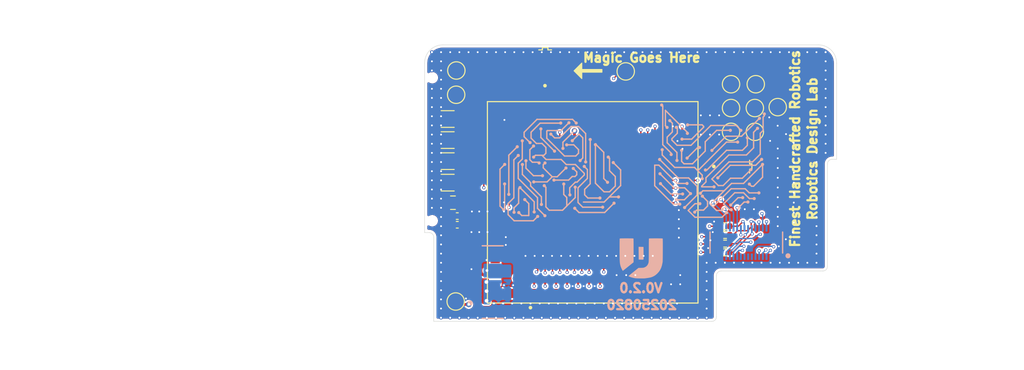
<source format=kicad_pcb>
(kicad_pcb (version 20241229) (generator "pcbnew") (generator_version "9.0")
  (layers (0 "F.Cu" signal) (4 "In1.Cu" signal) (6 "In2.Cu" signal) (2 "B.Cu" signal) (13 "F.Paste" user) (15 "B.Paste" user) (5 "F.SilkS" user "F.Silkscreen") (7 "B.SilkS" user "B.Silkscreen") (1 "F.Mask" user) (3 "B.Mask" user) (25 "Edge.Cuts" user))
  (net 0 "")
  (net 1 "MOB_SAFE_PWR_REMOVE_L")
  (net 2 "MOB_AUD_OUT")
  (net 3 "MOB_RST")
  (net 4 "MOB_PWR")
  (net 5 "GND")
  (net 6 "SIM_RST")
  (net 7 "MOB_TXD")
  (net 8 "MOB_RTS")
  (net 9 "VBAT")
  (net 10 "SIM_DATA")
  (net 11 "+1.8V")
  (net 12 "MOB_AUD_BCLK")
  (net 13 "MOB_WAKE_L")
  (net 14 "MOB_AUD_SYNC")
  (net 15 "MOB_DTR")
  (net 16 "MOB_AUD_IN")
  (net 17 "SIM_VDD")
  (net 18 "MOB_DSR")
  (net 19 "MOB_RI")
  (net 20 "MOB_DCD")
  (net 21 "MOB_RXD")
  (net 22 "MOB_CTS")
  (net 23 "SIM_CLK")
  (net 24 "MOB_AUX_ANT")
  (net 25 "MOB_MAIN_ANT")
  (net 30 "Net-(U1A-UART1_TX)")
  (net 31 "Net-(U1A-UART1_RTS)")
  (net 32 "Net-(U1A-UART1_RX)")
  (net 33 "Net-(U1A-UART1_CTS)")
  (net 34 "Net-(U1A-TX_ON)")
  (net 35 "Net-(U1A-TP1_BOOTPIN)")
  (net 36 "Net-(U1A-J1)")
  (net 37 "Net-(U1A-J2)")
  (net 38 "Net-(U1A-J3)")
  (net 39 "Net-(U1A-J4)")
  (net 40 "Net-(U1A-J5)")
  (net 41 "Net-(U1A-J6)")
  (net 42 "Net-(U1A-J7)")
  (footprint "20279-001E-03:IPEX_20279-001E-03" (layer "F.Cu") (at 96.37 62.5)
    (property "Reference" "J3" (hide yes))
    (property "Value" "20279-001E-03" (hide yes))
  )
  (footprint "Resistor_SMD:R_0402_1005Metric" (layer "F.Cu") (at 116.02 80.46)
    (property "Reference" "R3" (hide yes))
    (property "Value" "0R" (hide yes))
  )
  (footprint "TestPoint:TestPoint_Pad_D1.5mm" (layer "F.Cu") (at 116.67 64.95)
    (property "Reference" "TP4" (hide yes))
    (property "Value" "TestPoint" (hide yes))
  )
  (footprint "custom_footprints:Art_small" (layer "F.Cu") (at 117.1725 74.0875)
    (property "Reference" "REF**" (hide yes))
    (property "Value" "Art_small" (hide yes))
  )
  (footprint "TestPoint:TestPoint_Pad_D1.5mm" (layer "F.Cu") (at 119.27 67.55)
    (property "Reference" "TP8" (hide yes))
    (property "Value" "TestPoint" (hide yes))
  )
  (footprint "Capacitor_SMD:C_1206_3216Metric" (layer "F.Cu") (at 85.72 68.75 180)
    (property "Reference" "C9" (hide yes))
    (property "Value" "220uF" (hide yes))
  )
  (footprint "Capacitor_SMD:C_0805_2012Metric" (layer "F.Cu") (at 86.3 77.89 180)
    (property "Reference" "C5" (hide yes))
    (property "Value" "47uF" (hide yes))
  )
  (footprint "TestPoint:TestPoint_Pad_D1.5mm" (layer "F.Cu") (at 86.65 66.1)
    (property "Reference" "TP2" (hide yes))
    (property "Value" "TestPoint" (hide yes))
  )
  (footprint "TestPoint:TestPoint_Pad_D1.5mm" (layer "F.Cu") (at 116.67 67.55)
    (property "Reference" "TP5" (hide yes))
    (property "Value" "TestPoint" (hide yes))
  )
  (footprint "" (layer "F.Cu") (at 84.050001 64.24)
    (property "Reference" "" (hide yes))
    (property "Value" "" (hide yes))
  )
  (footprint "Capacitor_SMD:C_1206_3216Metric" (layer "F.Cu") (at 85.72 75.7 180)
    (property "Reference" "C7" (hide yes))
    (property "Value" "220uF" (hide yes))
  )
  (footprint "Capacitor_SMD:C_1206_3216Metric" (layer "F.Cu") (at 85.72 71.05 180)
    (property "Reference" "C8" (hide yes))
    (property "Value" "220uF" (hide yes))
  )
  (footprint "TestPoint:TestPoint_Pad_D1.5mm" (layer "F.Cu") (at 119.27 70.15)
    (property "Reference" "TP7" (hide yes))
    (property "Value" "TestPoint" (hide yes))
  )
  (footprint "TestPoint:TestPoint_Pad_D1.5mm" (layer "F.Cu") (at 121.77 67.45)
    (property "Reference" "TP10" (hide yes))
    (property "Value" "TestPoint" (hide yes))
  )
  (footprint "Capacitor_SMD:C_0402_1005Metric" (layer "F.Cu") (at 86.77 80.3 180)
    (property "Reference" "C1" (hide yes))
    (property "Value" "10pF" (hide yes))
  )
  (footprint "TestPoint:TestPoint_Pad_D1.5mm" (layer "F.Cu") (at 105.17 63.55)
    (property "Reference" "TP3" (hide yes))
    (property "Value" "TestPoint" (hide yes))
  )
  (footprint "20279-001E-03:IPEX_20279-001E-03" (layer "F.Cu") (at 117.4 73.95 -90)
    (property "Reference" "J4" (hide yes))
    (property "Value" "20279-001E-03" (hide yes))
  )
  (footprint "Resistor_SMD:R_0402_1005Metric" (layer "F.Cu") (at 116.02 83.31)
    (property "Reference" "R2" (hide yes))
    (property "Value" "0R" (hide yes))
  )
  (footprint "TestPoint:TestPoint_Pad_D1.5mm" (layer "F.Cu") (at 86.67 63.45)
    (property "Reference" "TP1" (hide yes))
    (property "Value" "TestPoint" (hide yes))
  )
  (footprint "Capacitor_SMD:C_0402_1005Metric" (layer "F.Cu") (at 86.77 79.35 180)
    (property "Reference" "C2" (hide yes))
    (property "Value" "10nF" (hide yes))
  )
  (footprint "" (layer "F.Cu") (at 84.040001 79.86)
    (property "Reference" "" (hide yes))
    (property "Value" "" (hide yes))
  )
  (footprint "RC7620_1104625:XCVR_RC7620_1104625" (layer "F.Cu") (at 101.5625 77.85 180)
    (property "Reference" "U1" (hide yes))
    (property "Value" "WP SNAP-IN BASE_6000636" (hide yes))
  )
  (footprint "Capacitor_SMD:C_1206_3216Metric" (layer "F.Cu") (at 85.72 73.35 180)
    (property "Reference" "C6" (hide yes))
    (property "Value" "220uF" (hide yes))
  )
  (footprint "Resistor_SMD:R_0402_1005Metric" (layer "F.Cu") (at 116.02 81.41)
    (property "Reference" "R1" (hide yes))
    (property "Value" "0R" (hide yes))
  )
  (footprint "TestPoint:TestPoint_Pad_D1.5mm" (layer "F.Cu") (at 116.67 70.15)
    (property "Reference" "TP6" (hide yes))
    (property "Value" "TestPoint" (hide yes))
  )
  (footprint "TestPoint:TestPoint_Pad_D1.5mm" (layer "F.Cu") (at 119.37 64.95)
    (property "Reference" "TP9" (hide yes))
    (property "Value" "TestPoint" (hide yes))
  )
  (footprint "Capacitor_SMD:C_0201_0603Metric" (layer "F.Cu") (at 86.865 81.15 180)
    (property "Reference" "C4" (hide yes))
    (property "Value" "1uF" (hide yes))
  )
  (footprint "Capacitor_SMD:C_0201_0603Metric" (layer "F.Cu") (at 86.865 81.87 180)
    (property "Reference" "C3" (hide yes))
    (property "Value" "100nF" (hide yes))
  )
  (footprint "Resistor_SMD:R_0402_1005Metric" (layer "F.Cu") (at 116.02 82.36)
    (property "Reference" "R4" (hide yes))
    (property "Value" "0R" (hide yes))
  )
  (footprint "TestPoint:TestPoint_Pad_D1.5mm" (layer "F.Cu") (at 86.6 88.68)
    (property "Reference" "TP4" (hide yes))
    (property "Value" "TestPoint" (hide yes))
  )
  (footprint "513382474:CON_513382474" (layer "B.Cu") (at 90.640001 86.559902 90)
    (property "Reference" "J2" (hide yes))
    (property "Value" "513382474" (hide yes))
  )
  (footprint "513382474:CON_513382474" (layer "B.Cu") (at 118.340001 82.240002 180)
    (property "Reference" "J1" (hide yes))
    (property "Value" "513382474" (hide yes))
  )
  (gr_line (start 128.200001 62.65) (end 128.200001 73.150002) (stroke (width 0.05)) (layer "Edge.Cuts"))
  (gr_line (start 127.700002 73.150002) (end 128.200001 73.150002) (stroke (width 0.05)) (layer "Edge.Cuts"))
  (gr_arc (start 83.700001 81.150002) (mid 84.053554 81.296449) (end 84.200001 81.650002) (stroke (width 0.05)) (layer "Edge.Cuts"))
  (gr_arc (start 115.075 90.35) (mid 114.928553 90.703554) (end 114.574999 90.850001) (stroke (width 0.05)) (layer "Edge.Cuts"))
  (gr_arc (start 127.2 84.85) (mid 127.053553 85.203554) (end 126.699999 85.350001) (stroke (width 0.05)) (layer "Edge.Cuts"))
  (gr_line (start 84.200001 90.85) (end 114.574999 90.850001) (stroke (width 0.05)) (layer "Edge.Cuts"))
  (gr_line (start 85.200001 60.65) (end 126.200003 60.65) (stroke (width 0.05)) (layer "Edge.Cuts"))
  (gr_line (start 83.200001 81.150002) (end 83.200001 62.650002) (stroke (width 0.05)) (layer "Edge.Cuts"))
  (gr_arc (start 127.200004 73.648886) (mid 127.346844 73.296055) (end 127.700002 73.150004) (stroke (width 0.05)) (layer "Edge.Cuts"))
  (gr_line (start 83.200001 81.150002) (end 83.700001 81.150002) (stroke (width 0.05)) (layer "Edge.Cuts"))
  (gr_line (start 115.075 90.35) (end 115.075 85.85) (stroke (width 0.05)) (layer "Edge.Cuts"))
  (gr_arc (start 115.075 85.85) (mid 115.221447 85.496446) (end 115.575001 85.349999) (stroke (width 0.05)) (layer "Edge.Cuts"))
  (gr_arc (start 126.200003 60.65) (mid 127.614214 61.235787) (end 128.200001 62.649998) (stroke (width 0.05)) (layer "Edge.Cuts"))
  (gr_line (start 84.200001 81.650002) (end 84.200001 90.85) (stroke (width 0.05)) (layer "Edge.Cuts"))
  (gr_line (start 127.2 84.85) (end 127.199999 73.650001) (stroke (width 0.05)) (layer "Edge.Cuts"))
  (gr_line (start 115.575001 85.350002) (end 126.7 85.350001) (stroke (width 0.05)) (layer "Edge.Cuts"))
  (gr_arc (start 83.200001 62.65) (mid 83.785787 61.235787) (end 85.200001 60.65) (stroke (width 0.05)) (layer "Edge.Cuts"))
  (segment (start 89.67 76.25) (end 89.67 75.85) (width 0.15) (layer "F.Cu") (net 1))
  (segment (start 90.07 75.45) (end 90.9125 75.45) (width 0.15) (layer "F.Cu") (net 1))
  (segment (start 89.67 75.85) (end 90.07 75.45) (width 0.15) (layer "F.Cu") (net 1))
  (via (at 89.67 76.25) (size 0.35) (drill 0.2) (layers "F.Cu" "B.Cu") (net 1))
  (via (at 119.740001 83.15) (size 0.35) (drill 0.2) (layers "F.Cu" "B.Cu") (net 1))
  (segment (start 119.740001 83.15) (end 119.740001 83.790002) (width 0.15) (layer "B.Cu") (net 1))
  (segment (start 110.47 72.25) (end 109.7425 72.25) (width 0.15) (layer "F.Cu") (net 2))
  (segment (start 111.32 71.4) (end 110.47 72.25) (width 0.15) (layer "F.Cu") (net 2))
  (segment (start 111.32 69.55) (end 111.32 71.4) (width 0.15) (layer "F.Cu") (net 2))
  (via (at 111.32 69.55) (size 0.35) (drill 0.2) (layers "F.Cu" "B.Cu") (net 2))
  (via (at 118.82 82.2) (size 0.35) (drill 0.2) (layers "F.Cu" "B.Cu") (net 2))
  (segment (start 117.630003 82.2) (end 116.540001 83.290002) (width 0.15) (layer "B.Cu") (net 2))
  (segment (start 116.540001 83.290002) (end 116.540001 83.790002) (width 0.15) (layer "B.Cu") (net 2))
  (segment (start 118.82 82.2) (end 117.630003 82.2) (width 0.15) (layer "B.Cu") (net 2))
  (segment (start 102.7625 84.63) (end 102.7625 85.4425) (width 0.15) (layer "F.Cu") (net 3))
  (segment (start 102.7625 85.4425) (end 102.77 85.45) (width 0.15) (layer "F.Cu") (net 3))
  (via (at 102.77 85.45) (size 0.35) (drill 0.2) (layers "F.Cu" "B.Cu") (net 3))
  (via (at 120.47 83.05) (size 0.35) (drill 0.2) (layers "F.Cu" "B.Cu") (net 3))
  (segment (start 120.140001 83.379999) (end 120.140001 83.790002) (width 0.15) (layer "B.Cu") (net 3))
  (segment (start 120.47 83.05) (end 120.140001 83.379999) (width 0.15) (layer "B.Cu") (net 3))
  (segment (start 92.67 77.85) (end 93.3825 77.85) (width 0.15) (layer "F.Cu") (net 4))
  (segment (start 92.42 78.4) (end 92.42 78.1) (width 0.15) (layer "F.Cu") (net 4))
  (segment (start 92.42 78.1) (end 92.67 77.85) (width 0.15) (layer "F.Cu") (net 4))
  (via (at 120.97 83.1) (size 0.35) (drill 0.2) (layers "F.Cu" "B.Cu") (net 4))
  (via (at 92.42 78.4) (size 0.35) (drill 0.2) (layers "F.Cu" "B.Cu") (net 4))
  (segment (start 120.97 83.1) (end 120.540001 83.529999) (width 0.15) (layer "B.Cu") (net 4))
  (segment (start 120.540001 83.529999) (end 120.540001 83.790002) (width 0.15) (layer "B.Cu") (net 4))
  (segment (start 91.7625 86.9) (end 91.87 86.9) (width 0.15) (layer "F.Cu") (net 5))
  (segment (start 110.6125 69.55) (end 110.32 69.55) (width 0.15) (layer "F.Cu") (net 5))
  (segment (start 112.2625 87.8) (end 111.2625 86.8) (width 0.15) (layer "F.Cu") (net 5))
  (segment (start 91.8125 68.85) (end 91.92 68.85) (width 0.15) (layer "F.Cu") (net 5))
  (segment (start 90.8625 67.9) (end 91.8125 68.85) (width 0.15) (layer "F.Cu") (net 5))
  (segment (start 111.2625 86.8) (end 111.12 86.8) (width 0.15) (layer "F.Cu") (net 5))
  (segment (start 112.2625 67.9) (end 110.6125 69.55) (width 0.15) (layer "F.Cu") (net 5))
  (segment (start 90.8625 87.8) (end 91.7625 86.9) (width 0.15) (layer "F.Cu") (net 5))
  (via (at 85 83.45) (size 0.4) (drill 0.2) (layers "F.Cu" "B.Cu") (net 5))
  (via (at 91 61.45) (size 0.4) (drill 0.2) (layers "F.Cu" "B.Cu") (net 5))
  (via (at 118.995 84.45) (size 0.4) (drill 0.2) (layers "F.Cu" "B.Cu") (net 5))
  (via (at 85 62.45) (size 0.4) (drill 0.2) (layers "F.Cu" "B.Cu") (net 5))
  (via (at 92.07 81.65) (size 0.35) (drill 0.2) (layers "F.Cu" "B.Cu") (net 5))
  (via (at 107.12 83.7) (size 0.4) (drill 0.2) (layers "F.Cu" "B.Cu") (net 5))
  (via (at 114.005 86.45) (size 0.4) (drill 0.2) (layers "F.Cu" "B.Cu") (net 5))
  (via (at 98.12 83.7) (size 0.4) (drill 0.2) (layers "F.Cu" "B.Cu") (net 5))
  (via (at 89.97 84.15) (size 0.35) (drill 0.2) (layers "F.Cu" "B.Cu") (net 5))
  (via (at 125 61.45) (size 0.4) (drill 0.2) (layers "F.Cu" "B.Cu") (net 5))
  (via (at 126.005 82.45) (size 0.4) (drill 0.2) (layers "F.Cu" "B.Cu") (net 5))
  (via (at 101.77 88.9) (size 0.4) (drill 0.2) (layers "F.Cu" "B.Cu") (net 5))
  (via (at 100 90.45) (size 0.4) (drill 0.2) (layers "F.Cu" "B.Cu") (net 5))
  (via (at 123.523 74.620279) (size 0.35) (drill 0.2) (layers "F.Cu" "B.Cu") (net 5))
  (via (at 123.523 78.965712) (size 0.35) (drill 0.2) (layers "F.Cu" "B.Cu") (net 5))
  (via (at 84 75.45) (size 0.4) (drill 0.2) (layers "F.Cu" "B.Cu") (net 5))
  (via (at 127 64.45) (size 0.4) (drill 0.2) (layers "F.Cu" "B.Cu") (net 5))
  (via (at 84 62.45) (size 0.4) (drill 0.2) (layers "F.Cu" "B.Cu") (net 5))
  (via (at 97 90.45) (size 0.4) (drill 0.2) (layers "F.Cu" "B.Cu") (net 5))
  (via (at 84 63.45) (size 0.4) (drill 0.2) (layers "F.Cu" "B.Cu") (net 5))
  (via (at 95.22 83.7) (size 0.4) (drill 0.2) (layers "F.Cu" "B.Cu") (net 5))
  (via (at 126.005 81.45) (size 0.4) (drill 0.2) (layers "F.Cu" "B.Cu") (net 5))
  (via (at 90 90.45) (size 0.4) (drill 0.2) (layers "F.Cu" "B.Cu") (net 5))
  (via (at 104.17 85.8) (size 0.4) (drill 0.2) (layers "F.Cu" "B.Cu") (net 5))
  (via (at 114.37 68.35) (size 0.4) (drill 0.2) (layers "F.Cu" "B.Cu") (net 5))
  (via (at 84 68.45) (size 0.4) (drill 0.2) (layers "F.Cu" "B.Cu") (net 5))
  (via (at 85 69.45) (size 0.4) (drill 0.2) (layers "F.Cu" "B.Cu") (net 5))
  (via (at 98 90.45) (size 0.4) (drill 0.2) (layers "F.Cu" "B.Cu") (net 5))
  (via (at 125.005 84.45) (size 0.4) (drill 0.2) (layers "F.Cu" "B.Cu") (net 5))
  (via (at 114.42 82) (size 0.35) (drill 0.2) (layers "F.Cu" "B.Cu") (net 5))
  (via (at 86 90.45) (size 0.4) (drill 0.2) (layers "F.Cu" "B.Cu") (net 5))
  (via (at 84 77.45) (size 0.4) (drill 0.2) (layers "F.Cu" "B.Cu") (net 5))
  (via (at 126.005 76.45) (size 0.4) (drill 0.2) (layers "F.Cu" "B.Cu") (net 5))
  (via (at 84 78.45) (size 0.4) (drill 0.2) (layers "F.Cu" "B.Cu") (net 5))
  (via (at 114.005 84.45) (size 0.4) (drill 0.2) (layers "F.Cu" "B.Cu") (net 5))
  (via (at 118.17 78.6) (size 0.4) (drill 0.2) (layers "F.Cu" "B.Cu") (net 5))
  (via (at 98.77 88.9) (size 0.4) (drill 0.2) (layers "F.Cu" "B.Cu") (net 5))
  (via (at 121.77 80.45) (size 0.35) (drill 0.2) (layers "F.Cu" "B.Cu") (net 5))
  (via (at 113 61.45) (size 0.4) (drill 0.2) (layers "F.Cu" "B.Cu") (net 5))
  (via (at 111 90.45) (size 0.4) (drill 0.2) (layers "F.Cu" "B.Cu") (net 5))
  (via (at 127 65.45) (size 0.4) (drill 0.2) (layers "F.Cu" "B.Cu") (net 5))
  (via (at 115.37 70.45) (size 0.4) (drill 0.2) (layers "F.Cu" "B.Cu") (net 5))
  (via (at 121.77 78.364276) (size 0.35) (drill 0.2) (layers "F.Cu" "B.Cu") (net 5))
  (via (at 114.005 87.45) (size 0.4) (drill 0.2) (layers "F.Cu" "B.Cu") (net 5))
  (via (at 110 90.45) (size 0.4) (drill 0.2) (layers "F.Cu" "B.Cu") (net 5))
  (via (at 93.77 88.9) (size 0.4) (drill 0.2) (layers "F.Cu" "B.Cu") (net 5))
  (via (at 110.97 80.7) (size 0.4) (drill 0.2) (layers "F.Cu" "B.Cu") (net 5))
  (via (at 99.37 87) (size 0.35) (drill 0.2) (layers "F.Cu" "B.Cu") (net 5))
  (via (at 127 71.45) (size 0.4) (drill 0.2) (layers "F.Cu" "B.Cu") (net 5))
  (via (at 123.523 75.706637) (size 0.35) (drill 0.2) (layers "F.Cu" "B.Cu") (net 5))
  (via (at 91.87 78.85) (size 0.35) (drill 0.2) (layers "F.Cu" "B.Cu") (net 5))
  (via (at 116.995 84.45) (size 0.4) (drill 0.2) (layers "F.Cu" "B.Cu") (net 5))
  (via (at 114.005 88.45) (size 0.4) (drill 0.2) (layers "F.Cu" "B.Cu") (net 5))
  (via (at 84 70.45) (size 0.4) (drill 0.2) (layers "F.Cu" "B.Cu") (net 5))
  (via (at 87 90.45) (size 0.4) (drill 0.2) (layers "F.Cu" "B.Cu") (net 5))
  (via (at 85 75.45) (size 0.4) (drill 0.2) (layers "F.Cu" "B.Cu") (net 5))
  (via (at 126.005 78.45) (size 0.4) (drill 0.2) (layers "F.Cu" "B.Cu") (net 5))
  (via (at 100.77 88.9) (size 0.4) (drill 0.2) (layers "F.Cu" "B.Cu") (net 5))
  (via (at 85 65.45) (size 0.4) (drill 0.2) (layers "F.Cu" "B.Cu") (net 5))
  (via (at 104 90.45) (size 0.4) (drill 0.2) (layers "F.Cu" "B.Cu") (net 5))
  (via (at 108.12 83.7) (size 0.4) (drill 0.2) (layers "F.Cu" "B.Cu") (net 5))
  (via (at 112 90.45) (size 0.4) (drill 0.2) (layers "F.Cu" "B.Cu") (net 5))
  (via (at 106.12 83.7) (size 0.4) (drill 0.2) (layers "F.Cu" "B.Cu") (net 5))
  (via (at 105 61.45) (size 0.4) (drill 0.2) (layers "F.Cu" "B.Cu") (net 5))
  (via (at 85 70.45) (size 0.4) (drill 0.2) (layers "F.Cu" "B.Cu") (net 5))
  (via (at 85 84.45) (size 0.4) (drill 0.2) (layers "F.Cu" "B.Cu") (net 5))
  (via (at 88 90.45) (size 0.4) (drill 0.2) (layers "F.Cu" "B.Cu") (net 5))
  (via (at 89 61.45) (size 0.4) (drill 0.2) (layers "F.Cu" "B.Cu") (net 5))
  (via (at 99.77 88.9) (size 0.4) (drill 0.2) (layers "F.Cu" "B.Cu") (net 5))
  (via (at 96.77 88.9) (size 0.4) (drill 0.2) (layers "F.Cu" "B.Cu") (net 5))
  (via (at 97.77 88.9) (size 0.4) (drill 0.2) (layers "F.Cu" "B.Cu") (net 5))
  (via (at 114.67 81.1) (size 0.35) (drill 0.2) (layers "F.Cu" "B.Cu") (net 5))
  (via (at 114.005 85.45) (size 0.4) (drill 0.2) (layers "F.Cu" "B.Cu") (net 5))
  (via (at 121.77 79.429654) (size 0.35) (drill 0.2) (layers "F.Cu" "B.Cu") (net 5))
  (via (at 123.523 72.447562) (size 0.35) (drill 0.2) (layers "F.Cu" "B.Cu") (net 5))
  (via (at 95 90.45) (size 0.4) (drill 0.2) (layers "F.Cu" "B.Cu") (net 5))
  (via (at 111.37 72) (size 0.35) (drill 0.2) (layers "F.Cu" "B.Cu") (net 5))
  (via (at 91.92 68.85) (size 0.35) (drill 0.2) (layers "F.Cu" "B.Cu") (net 5))
  (via (at 85 63.45) (size 0.4) (drill 0.2) (layers "F.Cu" "B.Cu") (net 5))
  (via (at 114.37 70.45) (size 0.4) (drill 0.2) (layers "F.Cu" "B.Cu") (net 5))
  (via (at 102.12 83.7) (size 0.4) (drill 0.2) (layers "F.Cu" "B.Cu") (net 5))
  (via (at 121.77 74.102765) (size 0.35) (drill 0.2) (layers "F.Cu" "B.Cu") (net 5))
  (via (at 122.675065 70.397959) (size 0.35) (drill 0.2) (layers "F.Cu" "B.Cu") (net 5))
  (via (at 101.77 87) (size 0.35) (drill 0.2) (layers "F.Cu" "B.Cu") (net 5))
  (via (at 121.760809 69.483703) (size 0.35) (drill 0.2) (layers "F.Cu" "B.Cu") (net 5))
  (via (at 126 61.45) (size 0.4) (drill 0.2) (layers "F.Cu" "B.Cu") (net 5))
  (via (at 104.77 88.9) (size 0.4) (drill 0.2) (layers "F.Cu" "B.Cu") (net 5))
  (via (at 84 66.45) (size 0.4) (drill 0.2) (layers "F.Cu" "B.Cu") (net 5))
  (via (at 109 90.45) (size 0.4) (drill 0.2) (layers "F.Cu" "B.Cu") (net 5))
  (via (at 88.32 81.1) (size 0.35) (drill 0.2) (layers "F.Cu" "B.Cu") (net 5))
  (via (at 91.87 77.85) (size 0.35) (drill 0.2) (layers "F.Cu" "B.Cu") (net 5))
  (via (at 127 68.45) (size 0.4) (drill 0.2) (layers "F.Cu" "B.Cu") (net 5))
  (via (at 96 90.45) (size 0.4) (drill 0.2) (layers "F.Cu" "B.Cu") (net 5))
  (via (at 114.005 90.45) (size 0.4) (drill 0.2) (layers "F.Cu" "B.Cu") (net 5))
  (via (at 114.005 89.45) (size 0.4) (drill 0.2) (layers "F.Cu" "B.Cu") (net 5))
  (via (at 85 81.45) (size 0.4) (drill 0.2) (layers "F.Cu" "B.Cu") (net 5))
  (via (at 126.005 75.45) (size 0.4) (drill 0.2) (layers "F.Cu" "B.Cu") (net 5))
  (via (at 122 61.45) (size 0.4) (drill 0.2) (layers "F.Cu" "B.Cu") (net 5))
  (via (at 127 66.45) (size 0.4) (drill 0.2) (layers "F.Cu" "B.Cu") (net 5))
  (via (at 126.005 79.45) (size 0.4) (drill 0.2) (layers "F.Cu" "B.Cu") (net 5))
  (via (at 121.995 84.45) (size 0.4) (drill 0.2) (layers "F.Cu" "B.Cu") (net 5))
  (via (at 89.17 81.1) (size 0.35) (drill 0.2) (layers "F.Cu" "B.Cu") (net 5))
  (via (at 120.935771 71.137781) (size 0.35) (drill 0.2) (layers "F.Cu" "B.Cu") (net 5))
  (via (at 90 61.45) (size 0.4) (drill 0.2) (layers "F.Cu" "B.Cu") (net 5))
  (via (at 123.523 80.052071) (size 0.35) (drill 0.2) (layers "F.Cu" "B.Cu") (net 5))
  (via (at 101 90.45) (size 0.4) (drill 0.2) (layers "F.Cu" "B.Cu") (net 5))
  (via (at 99 90.45) (size 0.4) (drill 0.2) (layers "F.Cu" "B.Cu") (net 5))
  (via (at 84 74.45) (size 0.4) (drill 0.2) (layers "F.Cu" "B.Cu") (net 5))
  (via (at 85 72.45) (size 0.4) (drill 0.2) (layers "F.Cu" "B.Cu") (net 5))
  (via (at 97.12 83.7) (size 0.4) (drill 0.2) (layers "F.Cu" "B.Cu") (net 5))
  (via (at 103 90.45) (size 0.4) (drill 0.2) (layers "F.Cu" "B.Cu") (net 5))
  (via (at 85 67.45) (size 0.4) (drill 0.2) (layers "F.Cu" "B.Cu") (net 5))
  (via (at 111 61.45) (size 0.4) (drill 0.2) (layers "F.Cu" "B.Cu") (net 5))
  (via (at 100 61.45) (size 0.4) (drill 0.2) (layers "F.Cu" "B.Cu") (net 5))
  (via (at 85 76.45) (size 0.4) (drill 0.2) (layers "F.Cu" "B.Cu") (net 5))
  (via (at 110.12 86.8) (size 0.4) (drill 0.2) (layers "F.Cu" "B.Cu") (net 5))
  (via (at 119.995 84.45) (size 0.4) (drill 0.2) (layers "F.Cu" "B.Cu") (net 5))
  (via (at 108 61.45) (size 0.4) (drill 0.2) (layers "F.Cu" "B.Cu") (net 5))
  (via (at 92.77 88.9) (size 0.4) (drill 0.2) (layers "F.Cu" "B.Cu") (net 5))
  (via (at 87 61.45) (size 0.4) (drill 0.2) (layers "F.Cu" "B.Cu") (net 5))
  (via (at 108.77 88.9) (size 0.4) (drill 0.2) (layers "F.Cu" "B.Cu") (net 5))
  (via (at 85 64.45) (size 0.4) (drill 0.2) (layers "F.Cu" "B.Cu") (net 5))
  (via (at 115 61.45) (size 0.4) (drill 0.2) (layers "F.Cu" "B.Cu") (net 5))
  (via (at 93 61.45) (size 0.4) (drill 0.2) (layers "F.Cu" "B.Cu") (net 5))
  (via (at 123.523 77.879354) (size 0.35) (drill 0.2) (layers "F.Cu" "B.Cu") (net 5))
  (via (at 84 71.45) (size 0.4) (drill 0.2) (layers "F.Cu" "B.Cu") (net 5))
  (via (at 86 61.45) (size 0.4) (drill 0.2) (layers "F.Cu" "B.Cu") (net 5))
  (via (at 88.37 78.85) (size 0.35) (drill 0.2) (layers "F.Cu" "B.Cu") (net 5))
  (via (at 85 77.45) (size 0.4) (drill 0.2) (layers "F.Cu" "B.Cu") (net 5))
  (via (at 127 61.45) (size 0.4) (drill 0.2) (layers "F.Cu" "B.Cu") (net 5))
  (via (at 85 68.45) (size 0.4) (drill 0.2) (layers "F.Cu" "B.Cu") (net 5))
  (via (at 124.005 84.45) (size 0.4) (drill 0.2) (layers "F.Cu" "B.Cu") (net 5))
  (via (at 123.005 84.45) (size 0.4) (drill 0.2) (layers "F.Cu" "B.Cu") (net 5))
  (via (at 119 61.45) (size 0.4) (drill 0.2) (layers "F.Cu" "B.Cu") (net 5))
  (via (at 119.17 78.6) (size 0.4) (drill 0.2) (layers "F.Cu" "B.Cu") (net 5))
  (via (at 84 73.45) (size 0.4) (drill 0.2) (layers "F.Cu" "B.Cu") (net 5))
  (via (at 84 65.45) (size 0.4) (drill 0.2) (layers "F.Cu" "B.Cu") (net 5))
  (via (at 84 67.45) (size 0.4) (drill 0.2) (layers "F.Cu" "B.Cu") (net 5))
  (via (at 127 63.45) (size 0.4) (drill 0.2) (layers "F.Cu" "B.Cu") (net 5))
  (via (at 103 61.45) (size 0.4) (drill 0.2) (layers "F.Cu" "B.Cu") (net 5))
  (via (at 84 76.45) (size 0.4) (drill 0.2) (layers "F.Cu" "B.Cu") (net 5))
  (via (at 85 66.45) (size 0.4) (drill 0.2) (layers "F.Cu" "B.Cu") (net 5))
  (via (at 92 90.45) (size 0.4) (drill 0.2) (layers "F.Cu" "B.Cu") (net 5))
  (via (at 121.77 77.298898) (size 0.35) (drill 0.2) (layers "F.Cu" "B.Cu") (net 5))
  (via (at 104 61.45) (size 0.4) (drill 0.2) (layers "F.Cu" "B.Cu") (net 5))
  (via (at 98 61.45) (size 0.4) (drill 0.2) (layers "F.Cu" "B.Cu") (net 5))
  (via (at 87.72 88.35) (size 0.35) (drill 0.2) (layers "F.Cu" "B.Cu") (net 5))
  (via (at 120 61.45) (size 0.4) (drill 0.2) (layers "F.Cu" "B.Cu") (net 5))
  (via (at 88 61.45) (size 0.4) (drill 0.2) (layers "F.Cu" "B.Cu") (net 5))
  (via (at 105 90.45) (size 0.4) (drill 0.2) (layers "F.Cu" "B.Cu") (net 5))
  (via (at 127 69.45) (size 0.4) (drill 0.2) (layers "F.Cu" "B.Cu") (net 5))
  (via (at 106.77 88.9) (size 0.4) (drill 0.2) (layers "F.Cu" "B.Cu") (net 5))
  (via (at 126.005 80.45) (size 0.4) (drill 0.2) (layers "F.Cu" "B.Cu") (net 5))
  (via (at 101 61.45) (size 0.4) (drill 0.2) (layers "F.Cu" "B.Cu") (net 5))
  (via (at 85 82.45) (size 0.4) (drill 0.2) (layers "F.Cu" "B.Cu") (net 5))
  (via (at 85 79.45) (size 0.4) (drill 0.2) (layers "F.Cu" "B.Cu") (net 5))
  (via (at 122.65166 81.885381) (size 0.35) (drill 0.2) (layers "F.Cu" "B.Cu") (net 5))
  (via (at 126.005 73.45) (size 0.4) (drill 0.2) (layers "F.Cu" "B.Cu") (net 5))
  (via (at 89.17 78.85) (size 0.35) (drill 0.2) (layers "F.Cu" "B.Cu") (net 5))
  (via (at 121.77 73.037387) (size 0.35) (drill 0.2) (layers "F.Cu" "B.Cu") (net 5))
  (via (at 85 86.45) (size 0.4) (drill 0.2) (layers "F.Cu" "B.Cu") (net 5))
  (via (at 110.97 81.7) (size 0.4) (drill 0.2) (layers "F.Cu" "B.Cu") (net 5))
  (via (at 110 61.45) (size 0.4) (drill 0.2) (layers "F.Cu" "B.Cu") (net 5))
  (via (at 105.22 85.8) (size 0.4) (drill 0.2) (layers "F.Cu" "B.Cu") (net 5))
  (via (at 105.12 83.7) (size 0.4) (drill 0.2) (layers "F.Cu" "B.Cu") (net 5))
  (via (at 111.12 86.8) (size 0.4) (drill 0.2) (layers "F.Cu" "B.Cu") (net 5))
  (via (at 121.77 75.168143) (size 0.35) (drill 0.2) (layers "F.Cu" "B.Cu") (net 5))
  (via (at 84.995 88.45) (size 0.4) (drill 0.2) (layers "F.Cu" "B.Cu") (net 5))
  (via (at 110.77 88.9) (size 0.4) (drill 0.2) (layers "F.Cu" "B.Cu") (net 5))
  (via (at 105.77 88.9) (size 0.4) (drill 0.2) (layers "F.Cu" "B.Cu") (net 5))
  (via (at 126.005 84.45) (size 0.4) (drill 0.2) (layers "F.Cu" "B.Cu") (net 5))
  (via (at 84 69.45) (size 0.4) (drill 0.2) (layers "F.Cu" "B.Cu") (net 5))
  (via (at 121.77 76.233521) (size 0.35) (drill 0.2) (layers "F.Cu" "B.Cu") (net 5))
  (via (at 101.12 83.7) (size 0.4) (drill 0.2) (layers "F.Cu" "B.Cu") (net 5))
  (via (at 97 61.45) (size 0.4) (drill 0.2) (layers "F.Cu" "B.Cu") (net 5))
  (via (at 116 61.45) (size 0.4) (drill 0.2) (layers "F.Cu" "B.Cu") (net 5))
  (via (at 110.97 79.7) (size 0.4) (drill 0.2) (layers "F.Cu" "B.Cu") (net 5))
  (via (at 85 78.45) (size 0.4) (drill 0.2) (layers "F.Cu" "B.Cu") (net 5))
  (via (at 114.82 79.95) (size 0.35) (drill 0.2) (layers "F.Cu" "B.Cu") (net 5))
  (via (at 84.995 89.45) (size 0.4) (drill 0.2) (layers "F.Cu" "B.Cu") (net 5))
  (via (at 127 70.45) (size 0.4) (drill 0.2) (layers "F.Cu" "B.Cu") (net 5))
  (via (at 100.57 87) (size 0.35) (drill 0.2) (layers "F.Cu" "B.Cu") (net 5))
  (via (at 115.995 84.45) (size 0.4) (drill 0.2) (layers "F.Cu" "B.Cu") (net 5))
  (via (at 107 90.45) (size 0.4) (drill 0.2) (layers "F.Cu" "B.Cu") (net 5))
  (via (at 91 90.45) (size 0.4) (drill 0.2) (layers "F.Cu" "B.Cu") (net 5))
  (via (at 121 61.45) (size 0.4) (drill 0.2) (layers "F.Cu" "B.Cu") (net 5))
  (via (at 102 90.45) (size 0.4) (drill 0.2) (layers "F.Cu" "B.Cu") (net 5))
  (via (at 114.995 84.45) (size 0.4) (drill 0.2) (layers "F.Cu" "B.Cu") (net 5))
  (via (at 127 72.45) (size 0.4) (drill 0.2) (layers "F.Cu" "B.Cu") (net 5))
  (via (at 123.514597 71.361719) (size 0.35) (drill 0.2) (layers "F.Cu" "B.Cu") (net 5))
  (via (at 95.77 88.9) (size 0.4) (drill 0.2) (layers "F.Cu" "B.Cu") (net 5))
  (via (at 107.77 88.9) (size 0.4) (drill 0.2) (layers "F.Cu" "B.Cu") (net 5))
  (via (at 115.37 68.35) (size 0.4) (drill 0.2) (layers "F.Cu" "B.Cu") (net 5))
  (via (at 104.12 83.7) (size 0.4) (drill 0.2) (layers "F.Cu" "B.Cu") (net 5))
  (via (at 94 61.45) (size 0.4) (drill 0.2) (layers "F.Cu" "B.Cu") (net 5))
  (via (at 113.37 70.45) (size 0.4) (drill 0.2) (layers "F.Cu" "B.Cu") (net 5))
  (via (at 110.82 71.15) (size 0.35) (drill 0.2) (layers "F.Cu" "B.Cu") (net 5))
  (via (at 100.12 83.7) (size 0.4) (drill 0.2) (layers "F.Cu" "B.Cu") (net 5))
  (via (at 85 61.45) (size 0.4) (drill 0.2) (layers "F.Cu" "B.Cu") (net 5))
  (via (at 112 61.45) (size 0.4) (drill 0.2) (layers "F.Cu" "B.Cu") (net 5))
  (via (at 120.995 84.45) (size 0.4) (drill 0.2) (layers "F.Cu" "B.Cu") (net 5))
  (via (at 103.77 88.9) (size 0.4) (drill 0.2) (layers "F.Cu" "B.Cu") (net 5))
  (via (at 94.77 88.9) (size 0.4) (drill 0.2) (layers "F.Cu" "B.Cu") (net 5))
  (via (at 84 61.45) (size 0.4) (drill 0.2) (layers "F.Cu" "B.Cu") (net 5))
  (via (at 102.77 88.9) (size 0.4) (drill 0.2) (layers "F.Cu" "B.Cu") (net 5))
  (via (at 114.17 82.85) (size 0.35) (drill 0.2) (layers "F.Cu" "B.Cu") (net 5))
  (via (at 96 61.45) (size 0.4) (drill 0.2) (layers "F.Cu" "B.Cu") (net 5))
  (via (at 91.77 88.9) (size 0.4) (drill 0.2) (layers "F.Cu" "B.Cu") (net 5))
  (via (at 85 71.45) (size 0.4) (drill 0.2) (layers "F.Cu" "B.Cu") (net 5))
  (via (at 94.22 83.7) (size 0.4) (drill 0.2) (layers "F.Cu" "B.Cu") (net 5))
  (via (at 85 74.45) (size 0.4) (drill 0.2) (layers "F.Cu" "B.Cu") (net 5))
  (via (at 93 90.45) (size 0.4) (drill 0.2) (layers "F.Cu" "B.Cu") (net 5))
  (via (at 127 61.45) (size 0.4) (drill 0.2) (layers "F.Cu" "B.Cu") (net 5))
  (via (at 88.32 85.15) (size 0.35) (drill 0.2) (layers "F.Cu" "B.Cu") (net 5))
  (via (at 124 61.45) (size 0.4) (drill 0.2) (layers "F.Cu" "B.Cu") (net 5))
  (via (at 99.12 83.7) (size 0.4) (drill 0.2) (layers "F.Cu" "B.Cu") (net 5))
  (via (at 85 80.45) (size 0.4) (drill 0.2) (layers "F.Cu" "B.Cu") (net 5))
  (via (at 120.846553 68.569447) (size 0.35) (drill 0.2) (layers "F.Cu" "B.Cu") (net 5))
  (via (at 113.37 68.35) (size 0.4) (drill 0.2) (layers "F.Cu" "B.Cu") (net 5))
  (via (at 94 90.45) (size 0.4) (drill 0.2) (layers "F.Cu" "B.Cu") (net 5))
  (via (at 107 61.45) (size 0.4) (drill 0.2) (layers "F.Cu" "B.Cu") (net 5))
  (via (at 121.77 71.97201) (size 0.35) (drill 0.2) (layers "F.Cu" "B.Cu") (net 5))
  (via (at 126.005 72.45) (size 0.4) (drill 0.2) (layers "F.Cu" "B.Cu") (net 5))
  (via (at 91.87 86.9) (size 0.4) (drill 0.2) (layers "F.Cu" "B.Cu") (net 5))
  (via (at 102 61.45) (size 0.4) (drill 0.2) (layers "F.Cu" "B.Cu") (net 5))
  (via (at 96.12 83.7) (size 0.4) (drill 0.2) (layers "F.Cu" "B.Cu") (net 5))
  (via (at 95 61.45) (size 0.4) (drill 0.2) (layers "F.Cu" "B.Cu") (net 5))
  (via (at 117 61.45) (size 0.4) (drill 0.2) (layers "F.Cu" "B.Cu") (net 5))
  (via (at 118 61.45) (size 0.4) (drill 0.2) (layers "F.Cu" "B.Cu") (net 5))
  (via (at 113 90.45) (size 0.4) (drill 0.2) (layers "F.Cu" "B.Cu") (net 5))
  (via (at 126.005 83.45) (size 0.4) (drill 0.2) (layers "F.Cu" "B.Cu") (net 5))
  (via (at 90.77 88.9) (size 0.4) (drill 0.2) (layers "F.Cu" "B.Cu") (net 5))
  (via (at 126.005 77.45) (size 0.4) (drill 0.2) (layers "F.Cu" "B.Cu") (net 5))
  (via (at 108 61.45) (size 0.4) (drill 0.2) (layers "F.Cu" "B.Cu") (net 5))
  (via (at 123.523 73.53392) (size 0.35) (drill 0.2) (layers "F.Cu" "B.Cu") (net 5))
  (via (at 103.12 83.7) (size 0.4) (drill 0.2) (layers "F.Cu" "B.Cu") (net 5))
  (via (at 117.995 84.45) (size 0.4) (drill 0.2) (layers "F.Cu" "B.Cu") (net 5))
  (via (at 108 90.45) (size 0.4) (drill 0.2) (layers "F.Cu" "B.Cu") (net 5))
  (via (at 126.005 74.45) (size 0.4) (drill 0.2) (layers "F.Cu" "B.Cu") (net 5))
  (via (at 85 87.45) (size 0.4) (drill 0.2) (layers "F.Cu" "B.Cu") (net 5))
  (via (at 106.22 85.8) (size 0.4) (drill 0.2) (layers "F.Cu" "B.Cu") (net 5))
  (via (at 123.417078 81.114672) (size 0.35) (drill 0.2) (layers "F.Cu" "B.Cu") (net 5))
  (via (at 92.87 86.9) (size 0.4) (drill 0.2) (layers "F.Cu" "B.Cu") (net 5))
  (via (at 121.883489 82.653553) (size 0.35) (drill 0.2) (layers "F.Cu" "B.Cu") (net 5))
  (via (at 84.995 90.45) (size 0.4) (drill 0.2) (layers "F.Cu" "B.Cu") (net 5))
  (via (at 110.32 69.55) (size 0.35) (drill 0.2) (layers "F.Cu" "B.Cu") (net 5))
  (via (at 92 61.45) (size 0.4) (drill 0.2) (layers "F.Cu" "B.Cu") (net 5))
  (via (at 106 61.45) (size 0.4) (drill 0.2) (layers "F.Cu" "B.Cu") (net 5))
  (via (at 90.07 81.1) (size 0.35) (drill 0.2) (layers "F.Cu" "B.Cu") (net 5))
  (via (at 84 72.45) (size 0.4) (drill 0.2) (layers "F.Cu" "B.Cu") (net 5))
  (via (at 127 62.45) (size 0.4) (drill 0.2) (layers "F.Cu" "B.Cu") (net 5))
  (via (at 127 67.45) (size 0.4) (drill 0.2) (layers "F.Cu" "B.Cu") (net 5))
  (via (at 110.97 78.7) (size 0.4) (drill 0.2) (layers "F.Cu" "B.Cu") (net 5))
  (via (at 92.07 82.5) (size 0.35) (drill 0.2) (layers "F.Cu" "B.Cu") (net 5))
  (via (at 109.77 88.9) (size 0.4) (drill 0.2) (layers "F.Cu" "B.Cu") (net 5))
  (via (at 99 61.45) (size 0.4) (drill 0.2) (layers "F.Cu" "B.Cu") (net 5))
  (via (at 85 73.45) (size 0.4) (drill 0.2) (layers "F.Cu" "B.Cu") (net 5))
  (via (at 84 61.45) (size 0.4) (drill 0.2) (layers "F.Cu" "B.Cu") (net 5))
  (via (at 109 61.45) (size 0.4) (drill 0.2) (layers "F.Cu" "B.Cu") (net 5))
  (via (at 111.12 85.8) (size 0.4) (drill 0.2) (layers "F.Cu" "B.Cu") (net 5))
  (via (at 106 90.45) (size 0.4) (drill 0.2) (layers "F.Cu" "B.Cu") (net 5))
  (via (at 89 90.45) (size 0.4) (drill 0.2) (layers "F.Cu" "B.Cu") (net 5))
  (via (at 123.514597 71.361716) (size 0.35) (drill 0.2) (layers "F.Cu" "B.Cu") (net 5))
  (via (at 123 61.45) (size 0.4) (drill 0.2) (layers "F.Cu" "B.Cu") (net 5))
  (via (at 123.523 76.792996) (size 0.35) (drill 0.2) (layers "F.Cu" "B.Cu") (net 5))
  (via (at 90.07 78.85) (size 0.35) (drill 0.2) (layers "F.Cu" "B.Cu") (net 5))
  (via (at 85 85.45) (size 0.4) (drill 0.2) (layers "F.Cu" "B.Cu") (net 5))
  (via (at 114 61.45) (size 0.4) (drill 0.2) (layers "F.Cu" "B.Cu") (net 5))
  (segment (start 110.62 75.45) (end 109.7425 75.45) (width 0.15) (layer "F.Cu") (net 6))
  (via (at 110.62 75.45) (size 0.35) (drill 0.2) (layers "F.Cu" "B.Cu") (net 6))
  (via (at 117.340228 78.420228) (size 0.35) (drill 0.2) (layers "F.Cu" "B.Cu") (net 6))
  (segment (start 117.340228 78.882825) (end 117.340001 78.883052) (width 0.15) (layer "B.Cu") (net 6))
  (segment (start 117.340001 78.883052) (end 117.340001 80.690002) (width 0.15) (layer "B.Cu") (net 6))
  (segment (start 117.340228 78.420228) (end 117.340228 78.882825) (width 0.15) (layer "B.Cu") (net 6))
  (segment (start 118.87 80.55) (end 118.47 80.95) (width 0.15) (layer "F.Cu") (net 7))
  (segment (start 118.87 79.95) (end 118.87 80.55) (width 0.15) (layer "F.Cu") (net 7))
  (segment (start 117.37 80.95) (end 116.91 81.41) (width 0.15) (layer "F.Cu") (net 7))
  (segment (start 118.47 80.95) (end 117.37 80.95) (width 0.15) (layer "F.Cu") (net 7))
  (segment (start 116.91 81.41) (end 116.53 81.41) (width 0.15) (layer "F.Cu") (net 7))
  (via (at 118.87 79.95) (size 0.35) (drill 0.2) (layers "F.Cu" "B.Cu") (net 7))
  (segment (start 119.340001 80.170001) (end 119.340001 80.690002) (width 0.15) (layer "B.Cu") (net 7))
  (segment (start 118.87 79.95) (end 119.12 79.95) (width 0.15) (layer "B.Cu") (net 7))
  (segment (start 119.12 79.95) (end 119.340001 80.170001) (width 0.15) (layer "B.Cu") (net 7))
  (segment (start 116.86 83.31) (end 116.53 83.31) (width 0.15) (layer "F.Cu") (net 8))
  (segment (start 118.87 81.3) (end 116.86 83.31) (width 0.15) (layer "F.Cu") (net 8))
  (segment (start 118.97 81.3) (end 118.87 81.3) (width 0.15) (layer "F.Cu") (net 8))
  (via (at 118.97 81.3) (size 0.35) (drill 0.2) (layers "F.Cu" "B.Cu") (net 8))
  (segment (start 118.940001 81.270001) (end 118.97 81.3) (width 0.15) (layer "B.Cu") (net 8))
  (segment (start 118.940001 80.690002) (end 118.940001 81.270001) (width 0.15) (layer "B.Cu") (net 8))
  (segment (start 87.195 66.645) (end 86.65 66.1) (width 0.825) (layer "F.Cu") (net 9))
  (segment (start 87.195 68.75) (end 87.195 66.645) (width 0.825) (layer "F.Cu") (net 9))
  (via (at 89.953501 86.55) (size 0.6) (drill 0.4) (layers "F.Cu" "B.Cu") (net 9))
  (via (at 89.97 87.55) (size 0.6) (drill 0.4) (layers "F.Cu" "B.Cu") (net 9))
  (via (at 89.97 88.6) (size 0.6) (drill 0.4) (layers "F.Cu" "B.Cu") (net 9))
  (segment (start 109.7925 76.3) (end 109.7425 76.25) (width 0.15) (layer "F.Cu") (net 10))
  (segment (start 110.62 76.3) (end 109.7925 76.3) (width 0.15) (layer "F.Cu") (net 10))
  (via (at 110.62 76.3) (size 0.35) (drill 0.2) (layers "F.Cu" "B.Cu") (net 10))
  (via (at 115.97 78.6) (size 0.35) (drill 0.2) (layers "F.Cu" "B.Cu") (net 10))
  (segment (start 115.97 78.6) (end 116.540001 79.170001) (width 0.15) (layer "B.Cu") (net 10))
  (segment (start 116.540001 79.170001) (end 116.540001 80.690002) (width 0.15) (layer "B.Cu") (net 10))
  (segment (start 99.57 71.0625) (end 99.5625 71.07) (width 0.3) (layer "F.Cu") (net 11))
  (segment (start 86.6 88.68) (end 86.92 89) (width 0.3) (layer "F.Cu") (net 11))
  (segment (start 86.92 89) (end 88.02 89) (width 0.3) (layer "F.Cu") (net 11))
  (segment (start 99.57 70.05) (end 99.57 71.0625) (width 0.3) (layer "F.Cu") (net 11))
  (via (at 99.57 70.05) (size 0.6) (drill 0.3) (layers "F.Cu" "B.Cu") (net 11))
  (via (at 90.012498 85.3) (size 0.6) (drill 0.3) (layers "F.Cu" "B.Cu") (net 11))
  (via (at 88.02 89) (size 0.6) (drill 0.3) (layers "F.Cu" "B.Cu") (net 11))
  (segment (start 106.82 71.0125) (end 106.7625 71.07) (width 0.15) (layer "F.Cu") (net 12))
  (segment (start 106.82 69.95) (end 106.82 71.0125) (width 0.15) (layer "F.Cu") (net 12))
  (via (at 106.82 69.95) (size 0.35) (drill 0.2) (layers "F.Cu" "B.Cu") (net 12))
  (via (at 117.92 83.1) (size 0.35) (drill 0.2) (layers "F.Cu" "B.Cu") (net 12))
  (segment (start 117.340001 83.290002) (end 117.340001 83.790002) (width 0.15) (layer "B.Cu") (net 12))
  (segment (start 117.92 83.1) (end 117.530003 83.1) (width 0.15) (layer "B.Cu") (net 12))
  (segment (start 117.530003 83.1) (end 117.340001 83.290002) (width 0.15) (layer "B.Cu") (net 12))
  (segment (start 113.02 75.45) (end 112.2125 75.45) (width 0.15) (layer "F.Cu") (net 13))
  (via (at 121.32 82.7) (size 0.35) (drill 0.2) (layers "F.Cu" "B.Cu") (net 13))
  (via (at 113.02 75.45) (size 0.35) (drill 0.2) (layers "F.Cu" "B.Cu") (net 13))
  (segment (start 121.27 82.65) (end 119.657453 82.65) (width 0.15) (layer "B.Cu") (net 13))
  (segment (start 119.657453 82.65) (end 119.340001 82.967452) (width 0.15) (layer "B.Cu") (net 13))
  (segment (start 121.32 82.7) (end 121.27 82.65) (width 0.15) (layer "B.Cu") (net 13))
  (segment (start 119.340001 82.967452) (end 119.340001 83.790002) (width 0.15) (layer "B.Cu") (net 13))
  (segment (start 107.57 69.95) (end 107.57 71.0625) (width 0.15) (layer "F.Cu") (net 14))
  (segment (start 107.57 71.0625) (end 107.5625 71.07) (width 0.15) (layer "F.Cu") (net 14))
  (via (at 107.57 69.95) (size 0.35) (drill 0.2) (layers "F.Cu" "B.Cu") (net 14))
  (via (at 119.87 81.35) (size 0.35) (drill 0.2) (layers "F.Cu" "B.Cu") (net 14))
  (segment (start 117.630003 81.8) (end 116.140001 83.290002) (width 0.15) (layer "B.Cu") (net 14))
  (segment (start 119.87 81.35) (end 119.67 81.35) (width 0.15) (layer "B.Cu") (net 14))
  (segment (start 119.22 81.8) (end 117.630003 81.8) (width 0.15) (layer "B.Cu") (net 14))
  (segment (start 116.140001 83.290002) (end 116.140001 83.790002) (width 0.15) (layer "B.Cu") (net 14))
  (segment (start 119.67 81.35) (end 119.22 81.8) (width 0.15) (layer "B.Cu") (net 14))
  (segment (start 99.57 84.6375) (end 99.5625 84.63) (width 0.15) (layer "F.Cu") (net 15))
  (segment (start 99.57 85.5) (end 99.57 84.6375) (width 0.15) (layer "F.Cu") (net 15))
  (via (at 120.045 79.075) (size 0.35) (drill 0.2) (layers "F.Cu" "B.Cu") (net 15))
  (via (at 99.57 85.5) (size 0.35) (drill 0.2) (layers "F.Cu" "B.Cu") (net 15))
  (segment (start 120.045 79.075) (end 120.12 79.15) (width 0.15) (layer "B.Cu") (net 15))
  (segment (start 120.12 80.670001) (end 120.140001 80.690002) (width 0.15) (layer "B.Cu") (net 15))
  (segment (start 120.12 79.15) (end 120.12 80.670001) (width 0.15) (layer "B.Cu") (net 15))
  (segment (start 108.3625 69.5575) (end 108.37 69.55) (width 0.15) (layer "F.Cu") (net 16))
  (segment (start 108.3625 71.07) (end 108.3625 69.5575) (width 0.15) (layer "F.Cu") (net 16))
  (via (at 108.37 69.55) (size 0.35) (drill 0.2) (layers "F.Cu" "B.Cu") (net 16))
  (via (at 118.070021 82.64931) (size 0.35) (drill 0.2) (layers "F.Cu" "B.Cu") (net 16))
  (segment (start 118.070021 82.64931) (end 118.069958 82.649373) (width 0.15) (layer "B.Cu") (net 16))
  (segment (start 116.940001 83.290002) (end 116.940001 83.790002) (width 0.15) (layer "B.Cu") (net 16))
  (segment (start 118.069958 82.649373) (end 117.58063 82.649373) (width 0.15) (layer "B.Cu") (net 16))
  (segment (start 117.58063 82.649373) (end 116.940001 83.290002) (width 0.15) (layer "B.Cu") (net 16))
  (segment (start 109.7925 77.9) (end 109.7425 77.85) (width 0.15) (layer "F.Cu") (net 17))
  (segment (start 110.62 77.9) (end 109.7925 77.9) (width 0.15) (layer "F.Cu") (net 17))
  (via (at 114.663258 77.9) (size 0.35) (drill 0.2) (layers "F.Cu" "B.Cu") (net 17))
  (via (at 110.62 77.9) (size 0.35) (drill 0.2) (layers "F.Cu" "B.Cu") (net 17))
  (segment (start 116.140001 79.320001) (end 116.140001 80.690002) (width 0.15) (layer "B.Cu") (net 17))
  (segment (start 114.663258 77.9) (end 114.72 77.9) (width 0.15) (layer "B.Cu") (net 17))
  (segment (start 114.72 77.9) (end 116.140001 79.320001) (width 0.15) (layer "B.Cu") (net 17))
  (segment (start 101.17 85.4) (end 101.17 85.5) (width 0.15) (layer "F.Cu") (net 18))
  (segment (start 101.17 85.4) (end 101.17 84.6375) (width 0.15) (layer "F.Cu") (net 18))
  (segment (start 101.17 84.6375) (end 101.1625 84.63) (width 0.15) (layer "F.Cu") (net 18))
  (via (at 101.17 85.5) (size 0.35) (drill 0.2) (layers "F.Cu" "B.Cu") (net 18))
  (via (at 119.710002 80) (size 0.35) (drill 0.2) (layers "F.Cu" "B.Cu") (net 18))
  (segment (start 119.710002 80) (end 119.740001 80.029999) (width 0.15) (layer "B.Cu") (net 18))
  (segment (start 119.740001 80.029999) (end 119.740001 80.690002) (width 0.15) (layer "B.Cu") (net 18))
  (segment (start 95.5625 85.3075) (end 95.5625 84.63) (width 0.15) (layer "F.Cu") (net 19))
  (segment (start 95.42 85.45) (end 95.5625 85.3075) (width 0.15) (layer "F.Cu") (net 19))
  (via (at 117.740001 81.4) (size 0.35) (drill 0.2) (layers "F.Cu" "B.Cu") (net 19))
  (via (at 95.42 85.45) (size 0.35) (drill 0.2) (layers "F.Cu" "B.Cu") (net 19))
  (segment (start 117.740001 81.4) (end 117.740001 80.690002) (width 0.15) (layer "B.Cu") (net 19))
  (segment (start 100.37 84.6375) (end 100.3625 84.63) (width 0.15) (layer "F.Cu") (net 20))
  (segment (start 100.37 85.5) (end 100.37 84.6375) (width 0.15) (layer "F.Cu") (net 20))
  (via (at 100.37 85.5) (size 0.35) (drill 0.2) (layers "F.Cu" "B.Cu") (net 20))
  (via (at 120.544855 79.962428) (size 0.35) (drill 0.2) (layers "F.Cu" "B.Cu") (net 20))
  (segment (start 120.540001 80.690002) (end 120.540001 79.967282) (width 0.15) (layer "B.Cu") (net 20))
  (segment (start 120.540001 79.967282) (end 120.544855 79.962428) (width 0.15) (layer "B.Cu") (net 20))
  (segment (start 117.46 80.46) (end 116.53 80.46) (width 0.15) (layer "F.Cu") (net 21))
  (segment (start 117.97 79.95) (end 117.46 80.46) (width 0.15) (layer "F.Cu") (net 21))
  (via (at 117.97 79.95) (size 0.35) (drill 0.2) (layers "F.Cu" "B.Cu") (net 21))
  (segment (start 118.12 80.1) (end 118.12 80.670001) (width 0.15) (layer "B.Cu") (net 21))
  (segment (start 117.97 79.95) (end 118.12 80.1) (width 0.15) (layer "B.Cu") (net 21))
  (segment (start 118.12 80.670001) (end 118.140001 80.690002) (width 0.15) (layer "B.Cu") (net 21))
  (segment (start 118.22 81.5) (end 117.36 82.36) (width 0.15) (layer "F.Cu") (net 22))
  (segment (start 118.22 81.4) (end 118.22 81.5) (width 0.15) (layer "F.Cu") (net 22))
  (segment (start 117.36 82.36) (end 116.53 82.36) (width 0.15) (layer "F.Cu") (net 22))
  (via (at 118.22 81.4) (size 0.35) (drill 0.2) (layers "F.Cu" "B.Cu") (net 22))
  (segment (start 118.540001 81.079999) (end 118.540001 80.690002) (width 0.15) (layer "B.Cu") (net 22))
  (segment (start 118.22 81.4) (end 118.540001 81.079999) (width 0.15) (layer "B.Cu") (net 22))
  (segment (start 110.57 77.05) (end 109.7425 77.05) (width 0.15) (layer "F.Cu") (net 23))
  (via (at 110.57 77.05) (size 0.35) (drill 0.2) (layers "F.Cu" "B.Cu") (net 23))
  (via (at 115.57 77.55) (size 0.35) (drill 0.2) (layers "F.Cu" "B.Cu") (net 23))
  (segment (start 115.57 77.55) (end 116.940001 78.920001) (width 0.15) (layer "B.Cu") (net 23))
  (segment (start 116.940001 78.920001) (end 116.940001 80.690002) (width 0.15) (layer "B.Cu") (net 23))
  (segment (start 115.32 81.6) (end 115.51 81.41) (width 0.15) (layer "F.Cu") (net 30))
  (segment (start 97.9625 84.63) (end 97.9625 85.4925) (width 0.15) (layer "F.Cu") (net 30))
  (segment (start 97.9625 85.4925) (end 97.97 85.5) (width 0.15) (layer "F.Cu") (net 30))
  (segment (start 113.47 81.6) (end 115.32 81.6) (width 0.15) (layer "F.Cu") (net 30))
  (via (at 97.97 85.5) (size 0.35) (drill 0.2) (layers "F.Cu" "B.Cu") (net 30))
  (via (at 113.47 81.6) (size 0.35) (drill 0.2) (layers "F.Cu" "B.Cu") (net 30))
  (segment (start 96.3625 85.5425) (end 96.37 85.55) (width 0.15) (layer "F.Cu") (net 31))
  (segment (start 96.3625 84.63) (end 96.3625 85.5425) (width 0.15) (layer "F.Cu") (net 31))
  (segment (start 113.37 83.3) (end 115.5 83.3) (width 0.15) (layer "F.Cu") (net 31))
  (segment (start 115.5 83.3) (end 115.51 83.31) (width 0.15) (layer "F.Cu") (net 31))
  (via (at 96.37 85.55) (size 0.35) (drill 0.2) (layers "F.Cu" "B.Cu") (net 31))
  (via (at 113.37 83.3) (size 0.35) (drill 0.2) (layers "F.Cu" "B.Cu") (net 31))
  (segment (start 114.32 80.46) (end 115.51 80.46) (width 0.15) (layer "F.Cu") (net 32))
  (segment (start 98.77 85.5) (end 98.77 84.6375) (width 0.15) (layer "F.Cu") (net 32))
  (segment (start 98.77 84.6375) (end 98.7625 84.63) (width 0.15) (layer "F.Cu") (net 32))
  (via (at 98.77 85.5) (size 0.35) (drill 0.2) (layers "F.Cu" "B.Cu") (net 32))
  (via (at 114.32 80.46) (size 0.35) (drill 0.2) (layers "F.Cu" "B.Cu") (net 32))
  (segment (start 113.37 82.4) (end 115.47 82.4) (width 0.15) (layer "F.Cu") (net 33))
  (segment (start 115.47 82.4) (end 115.51 82.36) (width 0.15) (layer "F.Cu") (net 33))
  (segment (start 97.17 85.55) (end 97.17 84.6375) (width 0.15) (layer "F.Cu") (net 33))
  (segment (start 97.17 84.6375) (end 97.1625 84.63) (width 0.15) (layer "F.Cu") (net 33))
  (via (at 97.17 85.55) (size 0.35) (drill 0.2) (layers "F.Cu" "B.Cu") (net 33))
  (via (at 113.37 82.4) (size 0.35) (drill 0.2) (layers "F.Cu" "B.Cu") (net 33))
  (segment (start 97.97 71.0625) (end 97.9625 71.07) (width 0.15) (layer "F.Cu") (net 35))
  (segment (start 103.845 64.325) (end 104.62 63.55) (width 0.15) (layer "F.Cu") (net 35))
  (segment (start 97.97 70.2) (end 97.97 71.0625) (width 0.15) (layer "F.Cu") (net 35))
  (segment (start 104.62 63.55) (end 105.17 63.55) (width 0.15) (layer "F.Cu") (net 35))
  (via (at 103.845 64.325) (size 0.35) (drill 0.2) (layers "F.Cu" "B.Cu") (net 35))
  (via (at 97.97 70.2) (size 0.35) (drill 0.2) (layers "F.Cu" "B.Cu") (net 35))
  (segment (start 95.1625 86.9925) (end 95.17 87) (width 0.15) (layer "F.Cu") (net 36))
  (segment (start 95.1625 86.33) (end 95.1625 86.9925) (width 0.15) (layer "F.Cu") (net 36))
  (via (at 95.17 87) (size 0.35) (drill 0.2) (layers "F.Cu" "B.Cu") (net 36))
  (segment (start 96.3625 86.9925) (end 96.37 87) (width 0.15) (layer "F.Cu") (net 37))
  (segment (start 96.3625 86.33) (end 96.3625 86.9925) (width 0.15) (layer "F.Cu") (net 37))
  (via (at 96.37 87) (size 0.35) (drill 0.2) (layers "F.Cu" "B.Cu") (net 37))
  (segment (start 97.5625 86.33) (end 97.5625 86.9925) (width 0.15) (layer "F.Cu") (net 38))
  (segment (start 97.5625 86.9925) (end 97.57 87) (width 0.15) (layer "F.Cu") (net 38))
  (via (at 97.57 87) (size 0.35) (drill 0.2) (layers "F.Cu" "B.Cu") (net 38))
  (segment (start 98.7625 86.33) (end 98.7625 86.9925) (width 0.15) (layer "F.Cu") (net 39))
  (segment (start 98.7625 86.9925) (end 98.77 87) (width 0.15) (layer "F.Cu") (net 39))
  (via (at 98.77 87) (size 0.35) (drill 0.2) (layers "F.Cu" "B.Cu") (net 39))
  (segment (start 99.9625 86.33) (end 99.9625 86.9925) (width 0.15) (layer "F.Cu") (net 40))
  (segment (start 99.9625 86.9925) (end 99.97 87) (width 0.15) (layer "F.Cu") (net 40))
  (via (at 99.97 87) (size 0.35) (drill 0.2) (layers "F.Cu" "B.Cu") (net 40))
  (segment (start 101.1625 86.33) (end 101.1625 86.9925) (width 0.15) (layer "F.Cu") (net 41))
  (segment (start 101.1625 86.9925) (end 101.17 87) (width 0.15) (layer "F.Cu") (net 41))
  (via (at 101.17 87) (size 0.35) (drill 0.2) (layers "F.Cu" "B.Cu") (net 41))
  (segment (start 102.3625 86.33) (end 102.3625 86.9925) (width 0.15) (layer "F.Cu") (net 42))
  (segment (start 102.3625 86.9925) (end 102.37 87) (width 0.15) (layer "F.Cu") (net 42))
  (via (at 102.37 87) (size 0.35) (drill 0.2) (layers "F.Cu" "B.Cu") (net 42))
  (zone (net 9) (net_name "VBAT") (layer "F.Cu") (priority 9) (connect_pads yes (clearance 0.2)) (min_thickness 0.25) (fill yes (thermal_gap 0.5) (thermal_bridge_width 0.5))
    (polygon (pts (xy 89.57 86.15) (xy 90.32 86.15) (xy 90.32 88.95) (xy 89.57 88.95) (xy 86.87 87.3) (xy 86.875 80.653844) (xy 86.874501 80.653537) (xy 86.879626 78.724154) (xy 86.72 78.6) (xy 86.72 76.9) (xy 86.52 76.65) (xy 86.530287 67.7) (xy 87.975 67.7) (xy 87.975 79.25) (xy 90.325 79.25) (xy 93.975 79.25) (xy 93.975 81.55) (xy 92.725 81.55) (xy 91.525 80.75) (xy 87.925 80.75) (xy 87.92 85.4)))
  )
  (zone (net 5) (net_name "GND") (layers "F.Cu" "B.Cu" "In1.Cu" "In2.Cu") (connect_pads yes (clearance 0.2)) (min_thickness 0.25) (fill yes (thermal_gap 0.5) (thermal_bridge_width 0.5))
    (polygon (pts (xy 83.2 60.65) (xy 128.2 60.65) (xy 128.2 91.15) (xy 83.2 91.15)))
  )
  (zone (net 11) (net_name "+1.8V") (layer "B.Cu") (priority 14) (connect_pads yes (clearance 0.2)) (min_thickness 0.25) (fill yes (thermal_gap 0.5) (thermal_bridge_width 0.5))
    (polygon (pts (xy 92.67 86.15) (xy 89.57 86.15) (xy 89.57 84.55) (xy 92.67 84.55)))
  )
  (zone (net 9) (net_name "VBAT") (layer "B.Cu") (priority 13) (connect_pads yes (clearance 0.2)) (min_thickness 0.25) (fill yes (thermal_gap 0.5) (thermal_bridge_width 0.5))
    (polygon (pts (xy 92.67 86.15) (xy 92.67 89) (xy 89.57 89) (xy 89.57 86.15)))
  )
)
</source>
